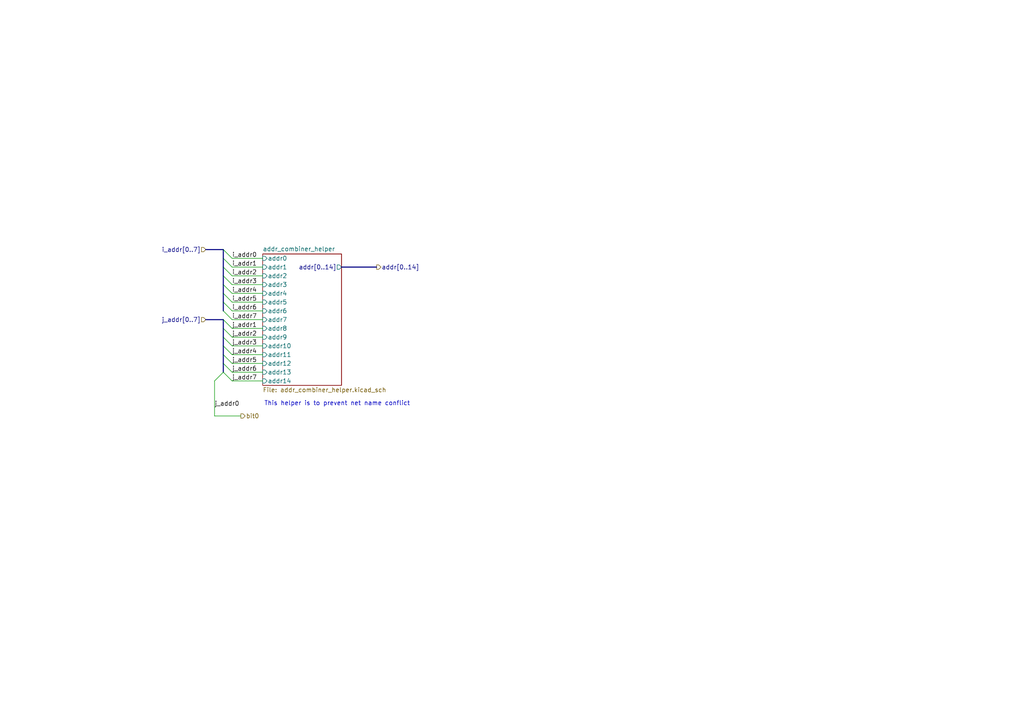
<source format=kicad_sch>
(kicad_sch
	(version 20250114)
	(generator "eeschema")
	(generator_version "9.0")
	(uuid "276f5b60-55b4-4318-abdf-d96a355616c4")
	(paper "A4")
	(lib_symbols)
	(text "This helper is to prevent net name conflict\n"
		(exclude_from_sim no)
		(at 97.79 117.094 0)
		(effects
			(font
				(size 1.27 1.27)
			)
		)
		(uuid "443858cd-b228-4228-a12d-a308a05380f3")
	)
	(bus_entry
		(at 64.77 95.25)
		(size 2.54 2.54)
		(stroke
			(width 0)
			(type default)
		)
		(uuid "0ba34675-92c9-4a53-b131-8e0f8d2478d2")
	)
	(bus_entry
		(at 64.77 107.95)
		(size 2.54 2.54)
		(stroke
			(width 0)
			(type default)
		)
		(uuid "1254e06f-de7b-4617-9c75-ba9627be18e0")
	)
	(bus_entry
		(at 64.77 85.09)
		(size 2.54 2.54)
		(stroke
			(width 0)
			(type default)
		)
		(uuid "259ec155-76e0-45b8-a692-3fee77dcb4f2")
	)
	(bus_entry
		(at 64.77 107.95)
		(size -2.54 2.54)
		(stroke
			(width 0)
			(type default)
		)
		(uuid "39502319-3ce1-43da-ac9c-660ff2d762d9")
	)
	(bus_entry
		(at 64.77 80.01)
		(size 2.54 2.54)
		(stroke
			(width 0)
			(type default)
		)
		(uuid "3a70f032-4f32-4979-a186-a4323f380663")
	)
	(bus_entry
		(at 64.77 92.71)
		(size 2.54 2.54)
		(stroke
			(width 0)
			(type default)
		)
		(uuid "3a72c4f3-f915-4a43-9573-a2565abab887")
	)
	(bus_entry
		(at 64.77 90.17)
		(size 2.54 2.54)
		(stroke
			(width 0)
			(type default)
		)
		(uuid "400d422f-96f9-428c-b62c-fd1201136b04")
	)
	(bus_entry
		(at 64.77 87.63)
		(size 2.54 2.54)
		(stroke
			(width 0)
			(type default)
		)
		(uuid "430e496d-4912-449a-ac50-1c9b94fa81bb")
	)
	(bus_entry
		(at 64.77 97.79)
		(size 2.54 2.54)
		(stroke
			(width 0)
			(type default)
		)
		(uuid "51f12b4b-112e-4445-b531-b8fe314ce5a0")
	)
	(bus_entry
		(at 64.77 102.87)
		(size 2.54 2.54)
		(stroke
			(width 0)
			(type default)
		)
		(uuid "62427485-86d3-4ccf-9d4d-75600437bd6d")
	)
	(bus_entry
		(at 64.77 72.39)
		(size 2.54 2.54)
		(stroke
			(width 0)
			(type default)
		)
		(uuid "85c276b3-8d77-4a1a-975c-0854f9db4824")
	)
	(bus_entry
		(at 64.77 77.47)
		(size 2.54 2.54)
		(stroke
			(width 0)
			(type default)
		)
		(uuid "863dfd7b-122d-4fb0-a170-7ba63b7e1469")
	)
	(bus_entry
		(at 64.77 100.33)
		(size 2.54 2.54)
		(stroke
			(width 0)
			(type default)
		)
		(uuid "bf71c724-7abe-4b4e-9e2b-077f2fde6f06")
	)
	(bus_entry
		(at 64.77 105.41)
		(size 2.54 2.54)
		(stroke
			(width 0)
			(type default)
		)
		(uuid "ceea58d4-4399-4954-9fc1-afba5a0a7ba4")
	)
	(bus_entry
		(at 64.77 82.55)
		(size 2.54 2.54)
		(stroke
			(width 0)
			(type default)
		)
		(uuid "e3dc31cb-e4fe-4b52-9577-e3709f117446")
	)
	(bus_entry
		(at 64.77 74.93)
		(size 2.54 2.54)
		(stroke
			(width 0)
			(type default)
		)
		(uuid "f5060e62-4ca9-49d1-9937-b38ba97b1515")
	)
	(wire
		(pts
			(xy 67.31 80.01) (xy 76.2 80.01)
		)
		(stroke
			(width 0)
			(type default)
		)
		(uuid "0b816fd3-eb49-4f64-8ddd-145ae1f3f16c")
	)
	(wire
		(pts
			(xy 67.31 77.47) (xy 76.2 77.47)
		)
		(stroke
			(width 0)
			(type default)
		)
		(uuid "24b95251-f579-4a77-a51b-22998d160b25")
	)
	(wire
		(pts
			(xy 67.31 102.87) (xy 76.2 102.87)
		)
		(stroke
			(width 0)
			(type default)
		)
		(uuid "29f4eb61-9de9-428a-a615-bd8009a2ce92")
	)
	(bus
		(pts
			(xy 64.77 74.93) (xy 64.77 77.47)
		)
		(stroke
			(width 0)
			(type default)
		)
		(uuid "2f33b3d9-8c32-41c9-be2d-1c22d2934ba7")
	)
	(wire
		(pts
			(xy 67.31 82.55) (xy 76.2 82.55)
		)
		(stroke
			(width 0)
			(type default)
		)
		(uuid "339d55d7-66be-4098-b15c-a05fd926bddc")
	)
	(wire
		(pts
			(xy 67.31 95.25) (xy 76.2 95.25)
		)
		(stroke
			(width 0)
			(type default)
		)
		(uuid "4190e148-a88a-43d2-a114-6480a5fac3d6")
	)
	(bus
		(pts
			(xy 64.77 100.33) (xy 64.77 102.87)
		)
		(stroke
			(width 0)
			(type default)
		)
		(uuid "44535cce-16cd-4aba-8923-978ec95fe010")
	)
	(bus
		(pts
			(xy 64.77 72.39) (xy 64.77 74.93)
		)
		(stroke
			(width 0)
			(type default)
		)
		(uuid "4cabbd6b-caab-482c-b109-5bc5283a4c7d")
	)
	(bus
		(pts
			(xy 64.77 97.79) (xy 64.77 100.33)
		)
		(stroke
			(width 0)
			(type default)
		)
		(uuid "52d66ca0-069e-466d-91fe-09d272f9b404")
	)
	(wire
		(pts
			(xy 67.31 100.33) (xy 76.2 100.33)
		)
		(stroke
			(width 0)
			(type default)
		)
		(uuid "59ee2c8d-8f4a-41eb-864b-aef6cf42703f")
	)
	(wire
		(pts
			(xy 67.31 85.09) (xy 76.2 85.09)
		)
		(stroke
			(width 0)
			(type default)
		)
		(uuid "6af38154-3e1b-47a4-8074-194bf59acba1")
	)
	(wire
		(pts
			(xy 67.31 107.95) (xy 76.2 107.95)
		)
		(stroke
			(width 0)
			(type default)
		)
		(uuid "6eb20947-1d73-4827-a228-27364dac6706")
	)
	(bus
		(pts
			(xy 64.77 105.41) (xy 64.77 107.95)
		)
		(stroke
			(width 0)
			(type default)
		)
		(uuid "761a4b62-e01d-4308-8063-7763e20c51a5")
	)
	(wire
		(pts
			(xy 67.31 110.49) (xy 76.2 110.49)
		)
		(stroke
			(width 0)
			(type default)
		)
		(uuid "79653297-9302-4141-af95-cfbda7447498")
	)
	(wire
		(pts
			(xy 67.31 97.79) (xy 76.2 97.79)
		)
		(stroke
			(width 0)
			(type default)
		)
		(uuid "7d969253-58e8-414c-b0ef-82a3805f9780")
	)
	(wire
		(pts
			(xy 67.31 87.63) (xy 76.2 87.63)
		)
		(stroke
			(width 0)
			(type default)
		)
		(uuid "7e4ed8c6-d73d-4887-9b28-64fefd05ce8c")
	)
	(bus
		(pts
			(xy 64.77 85.09) (xy 64.77 87.63)
		)
		(stroke
			(width 0)
			(type default)
		)
		(uuid "832d9d96-ff51-4f90-afeb-1fcca7b54436")
	)
	(wire
		(pts
			(xy 67.31 74.93) (xy 76.2 74.93)
		)
		(stroke
			(width 0)
			(type default)
		)
		(uuid "849b4eb0-cd85-4bcf-8d8f-5d451aa7f5e0")
	)
	(bus
		(pts
			(xy 59.69 92.71) (xy 64.77 92.71)
		)
		(stroke
			(width 0)
			(type default)
		)
		(uuid "8f5a5fe8-9c1f-4213-a9fd-e9c0f3e232be")
	)
	(bus
		(pts
			(xy 64.77 95.25) (xy 64.77 97.79)
		)
		(stroke
			(width 0)
			(type default)
		)
		(uuid "919ab279-48d0-4af7-8b9a-d39c66a9f9a6")
	)
	(bus
		(pts
			(xy 99.06 77.47) (xy 109.22 77.47)
		)
		(stroke
			(width 0)
			(type default)
		)
		(uuid "a37f8c1b-7a0b-470c-968e-b934b2d2a0f4")
	)
	(wire
		(pts
			(xy 67.31 92.71) (xy 76.2 92.71)
		)
		(stroke
			(width 0)
			(type default)
		)
		(uuid "a6af8d01-7241-4753-98ee-e93f338e2fad")
	)
	(bus
		(pts
			(xy 64.77 77.47) (xy 64.77 80.01)
		)
		(stroke
			(width 0)
			(type default)
		)
		(uuid "ad0259dc-851c-421b-95b5-ab85ee4ea597")
	)
	(wire
		(pts
			(xy 67.31 105.41) (xy 76.2 105.41)
		)
		(stroke
			(width 0)
			(type default)
		)
		(uuid "b974a743-0dea-44b0-a736-e3fd30763d58")
	)
	(bus
		(pts
			(xy 64.77 82.55) (xy 64.77 85.09)
		)
		(stroke
			(width 0)
			(type default)
		)
		(uuid "c363abbd-4b40-447b-8c53-cd4b93fc12c9")
	)
	(bus
		(pts
			(xy 59.69 72.39) (xy 64.77 72.39)
		)
		(stroke
			(width 0)
			(type default)
		)
		(uuid "ca90f662-20b9-4271-9140-e385625d3ec0")
	)
	(bus
		(pts
			(xy 64.77 102.87) (xy 64.77 105.41)
		)
		(stroke
			(width 0)
			(type default)
		)
		(uuid "cf4b480e-92bf-44b9-b545-526349c7c842")
	)
	(bus
		(pts
			(xy 64.77 80.01) (xy 64.77 82.55)
		)
		(stroke
			(width 0)
			(type default)
		)
		(uuid "e4f75349-2163-40a7-9714-d3552580cd96")
	)
	(wire
		(pts
			(xy 62.23 120.65) (xy 69.85 120.65)
		)
		(stroke
			(width 0)
			(type default)
		)
		(uuid "e59806fc-c230-436d-b406-34c1416ce23a")
	)
	(wire
		(pts
			(xy 62.23 110.49) (xy 62.23 120.65)
		)
		(stroke
			(width 0)
			(type default)
		)
		(uuid "e920f19c-866b-451b-a531-c07a7215d151")
	)
	(bus
		(pts
			(xy 64.77 87.63) (xy 64.77 90.17)
		)
		(stroke
			(width 0)
			(type default)
		)
		(uuid "ec61bc2b-8cb5-41f9-be69-607b84aafa68")
	)
	(bus
		(pts
			(xy 64.77 92.71) (xy 64.77 95.25)
		)
		(stroke
			(width 0)
			(type default)
		)
		(uuid "f79b619e-8912-47b3-be95-49fecd7f7072")
	)
	(wire
		(pts
			(xy 67.31 90.17) (xy 76.2 90.17)
		)
		(stroke
			(width 0)
			(type default)
		)
		(uuid "fcdd9361-8e9c-4234-95bd-782f4de4fa44")
	)
	(label "i_addr3"
		(at 67.31 82.55 0)
		(effects
			(font
				(size 1.27 1.27)
			)
			(justify left bottom)
		)
		(uuid "036372dd-00e6-45a4-be8a-040445b63e21")
	)
	(label "j_addr0"
		(at 62.23 118.11 0)
		(effects
			(font
				(size 1.27 1.27)
			)
			(justify left bottom)
		)
		(uuid "08ce2798-b7a5-410d-b070-44179ea264d0")
	)
	(label "j_addr4"
		(at 67.31 102.87 0)
		(effects
			(font
				(size 1.27 1.27)
			)
			(justify left bottom)
		)
		(uuid "0a647a6c-ee7a-48e0-93c0-78a8f927bced")
	)
	(label "i_addr0"
		(at 67.31 74.93 0)
		(effects
			(font
				(size 1.27 1.27)
			)
			(justify left bottom)
		)
		(uuid "2d1116ad-fc73-4236-9fb3-54f030f62611")
	)
	(label "j_addr1"
		(at 67.31 95.25 0)
		(effects
			(font
				(size 1.27 1.27)
			)
			(justify left bottom)
		)
		(uuid "6418f839-9ef3-44bc-9f37-8f9c9454bbc1")
	)
	(label "i_addr7"
		(at 67.31 92.71 0)
		(effects
			(font
				(size 1.27 1.27)
			)
			(justify left bottom)
		)
		(uuid "6dc48630-fea2-4a75-b0fa-bfe79d1c99d9")
	)
	(label "i_addr2"
		(at 67.31 80.01 0)
		(effects
			(font
				(size 1.27 1.27)
			)
			(justify left bottom)
		)
		(uuid "6f703f02-4f91-40e4-9a8d-dd40d7fc1681")
	)
	(label "i_addr1"
		(at 67.31 77.47 0)
		(effects
			(font
				(size 1.27 1.27)
			)
			(justify left bottom)
		)
		(uuid "8d022a94-e57e-4d16-b15e-b6351551f460")
	)
	(label "i_addr6"
		(at 67.31 90.17 0)
		(effects
			(font
				(size 1.27 1.27)
			)
			(justify left bottom)
		)
		(uuid "8ecaf3fb-2579-4bf9-964a-ca2b575afd46")
	)
	(label "j_addr3"
		(at 67.31 100.33 0)
		(effects
			(font
				(size 1.27 1.27)
			)
			(justify left bottom)
		)
		(uuid "969dd2b9-6065-4a91-8f41-a20d64c3dfe9")
	)
	(label "j_addr6"
		(at 67.31 107.95 0)
		(effects
			(font
				(size 1.27 1.27)
			)
			(justify left bottom)
		)
		(uuid "9c611e24-6cae-4201-a0e9-a4e5efc31c6a")
	)
	(label "j_addr2"
		(at 67.31 97.79 0)
		(effects
			(font
				(size 1.27 1.27)
			)
			(justify left bottom)
		)
		(uuid "b5117a9a-e68e-45cf-9f5f-33d83efa3f16")
	)
	(label "i_addr5"
		(at 67.31 87.63 0)
		(effects
			(font
				(size 1.27 1.27)
			)
			(justify left bottom)
		)
		(uuid "c86c220a-1fb4-4945-b7d1-67a916368fe5")
	)
	(label "i_addr4"
		(at 67.31 85.09 0)
		(effects
			(font
				(size 1.27 1.27)
			)
			(justify left bottom)
		)
		(uuid "db8363db-b0ef-45ec-95b9-a5e307c35034")
	)
	(label "j_addr7"
		(at 67.31 110.49 0)
		(effects
			(font
				(size 1.27 1.27)
			)
			(justify left bottom)
		)
		(uuid "e7008f4e-7274-4707-9f79-51a840be107c")
	)
	(label "j_addr5"
		(at 67.31 105.41 0)
		(effects
			(font
				(size 1.27 1.27)
			)
			(justify left bottom)
		)
		(uuid "fbc0aa64-939b-4634-b8ea-4b7cad3c1ed0")
	)
	(hierarchical_label "bit0"
		(shape output)
		(at 69.85 120.65 0)
		(effects
			(font
				(size 1.27 1.27)
			)
			(justify left)
		)
		(uuid "2ea250fd-87ed-4d08-8375-aa2acb4d573f")
	)
	(hierarchical_label "addr[0..14]"
		(shape output)
		(at 109.22 77.47 0)
		(effects
			(font
				(size 1.27 1.27)
			)
			(justify left)
		)
		(uuid "55981e50-b1f5-4bea-bde4-5227831db90c")
	)
	(hierarchical_label "j_addr[0..7]"
		(shape input)
		(at 59.69 92.71 180)
		(effects
			(font
				(size 1.27 1.27)
			)
			(justify right)
		)
		(uuid "becf2372-ae9d-415f-82b1-6ee6af657b6a")
	)
	(hierarchical_label "i_addr[0..7]"
		(shape input)
		(at 59.69 72.39 180)
		(effects
			(font
				(size 1.27 1.27)
			)
			(justify right)
		)
		(uuid "ef200ae7-de0a-46bf-af33-e8d060afd169")
	)
	(sheet
		(at 76.2 73.66)
		(size 22.86 38.1)
		(exclude_from_sim no)
		(in_bom yes)
		(on_board yes)
		(dnp no)
		(fields_autoplaced yes)
		(stroke
			(width 0.1524)
			(type solid)
		)
		(fill
			(color 0 0 0 0.0000)
		)
		(uuid "7e5056b9-49f1-4697-8c44-c7fa0dd0b5d4")
		(property "Sheetname" "addr_combiner_helper"
			(at 76.2 72.9484 0)
			(effects
				(font
					(size 1.27 1.27)
				)
				(justify left bottom)
			)
		)
		(property "Sheetfile" "addr_combiner_helper.kicad_sch"
			(at 76.2 112.3446 0)
			(effects
				(font
					(size 1.27 1.27)
				)
				(justify left top)
			)
		)
		(pin "addr0" input
			(at 76.2 74.93 180)
			(uuid "4f000419-3a1f-42fe-b5fb-428b73818382")
			(effects
				(font
					(size 1.27 1.27)
				)
				(justify left)
			)
		)
		(pin "addr9" input
			(at 76.2 97.79 180)
			(uuid "4c5b8d11-a391-434e-b323-4668fbdf09a7")
			(effects
				(font
					(size 1.27 1.27)
				)
				(justify left)
			)
		)
		(pin "addr10" input
			(at 76.2 100.33 180)
			(uuid "b0273831-2bea-4b4d-a77a-e553ba0443bf")
			(effects
				(font
					(size 1.27 1.27)
				)
				(justify left)
			)
		)
		(pin "addr1" input
			(at 76.2 77.47 180)
			(uuid "02fe00b0-ac26-4d0b-a68b-3b0256b9e2fc")
			(effects
				(font
					(size 1.27 1.27)
				)
				(justify left)
			)
		)
		(pin "addr2" input
			(at 76.2 80.01 180)
			(uuid "b0e47d6e-7d2b-4c56-97fa-d4e609508c62")
			(effects
				(font
					(size 1.27 1.27)
				)
				(justify left)
			)
		)
		(pin "addr3" input
			(at 76.2 82.55 180)
			(uuid "25196567-3b73-48b8-8c20-e4292664315c")
			(effects
				(font
					(size 1.27 1.27)
				)
				(justify left)
			)
		)
		(pin "addr8" input
			(at 76.2 95.25 180)
			(uuid "ffba1dc4-3b13-4cec-8470-4c621c5d3e7b")
			(effects
				(font
					(size 1.27 1.27)
				)
				(justify left)
			)
		)
		(pin "addr7" input
			(at 76.2 92.71 180)
			(uuid "12e83f2e-4098-49ac-a854-af35528da10e")
			(effects
				(font
					(size 1.27 1.27)
				)
				(justify left)
			)
		)
		(pin "addr6" input
			(at 76.2 90.17 180)
			(uuid "513e9c7f-2256-4ac2-9d70-cd57c112194f")
			(effects
				(font
					(size 1.27 1.27)
				)
				(justify left)
			)
		)
		(pin "addr14" input
			(at 76.2 110.49 180)
			(uuid "55f500c8-8e80-4693-9843-11ce2c7e7dce")
			(effects
				(font
					(size 1.27 1.27)
				)
				(justify left)
			)
		)
		(pin "addr11" input
			(at 76.2 102.87 180)
			(uuid "428a617b-9e35-46ae-a344-a92ecd4547c8")
			(effects
				(font
					(size 1.27 1.27)
				)
				(justify left)
			)
		)
		(pin "addr4" input
			(at 76.2 85.09 180)
			(uuid "177727cb-9d63-43bb-a5e2-eaac0ae98861")
			(effects
				(font
					(size 1.27 1.27)
				)
				(justify left)
			)
		)
		(pin "addr12" input
			(at 76.2 105.41 180)
			(uuid "6625b127-bd8b-4530-869a-5a81e1ce22b3")
			(effects
				(font
					(size 1.27 1.27)
				)
				(justify left)
			)
		)
		(pin "addr13" input
			(at 76.2 107.95 180)
			(uuid "3a5ac320-4ca9-4656-aec4-7410f4e067b9")
			(effects
				(font
					(size 1.27 1.27)
				)
				(justify left)
			)
		)
		(pin "addr5" input
			(at 76.2 87.63 180)
			(uuid "57e1a6f4-c808-4afe-825e-10608e1d48cd")
			(effects
				(font
					(size 1.27 1.27)
				)
				(justify left)
			)
		)
		(pin "addr[0..14]" output
			(at 99.06 77.47 0)
			(uuid "cd51d2bc-421b-4b7c-ba60-b22f03dd23a5")
			(effects
				(font
					(size 1.27 1.27)
				)
				(justify right)
			)
		)
		(instances
			(project "vga_video_card"
				(path "/53ebbfbe-eaa1-4706-acc1-611a99db7179/a295050b-d209-4efc-8327-c0e97d5127bf/9d9429b1-c4f4-4d06-b7d7-8f5f8e69e70c/c190b4fe-1b6d-489c-a610-ff4a58731113"
					(page "17")
				)
			)
		)
	)
)

</source>
